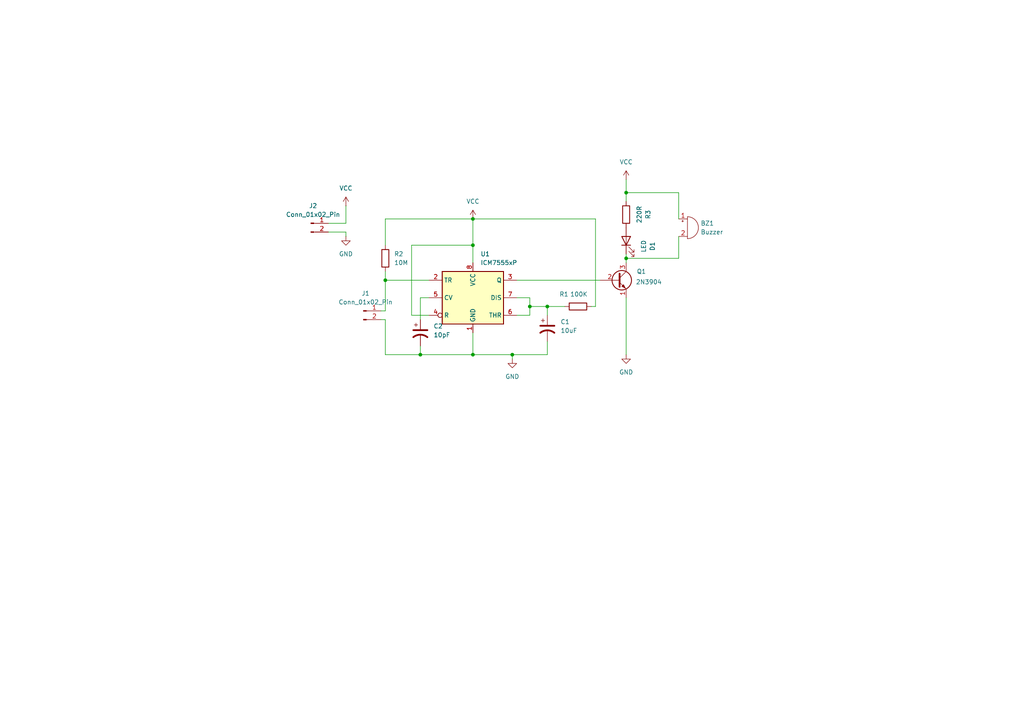
<source format=kicad_sch>
(kicad_sch (version 20231120) (generator "eeschema") (generator_version "8.0")
  (paper "A4")
  (title_block (title "Touch Sensor Project") (date "2025-02-06") (rev "v01") (comment 4 "Author: PUTSHU LUNGHE Samuel"))
  (lib_symbols
    (symbol "Connector:Conn_01x02_Pin" (pin_names (offset 1.016) hide)
      (property "Reference" "J" (at 0 2.54 0))
      (property "Value" "Conn_01x02_Pin" (at 0 -5.08 0))
      (symbol "Conn_01x02_Pin_1_1"
        (polyline (pts (xy 1.27 -2.54) (xy 0.8636 -2.54)) (stroke (width 0.1524)))
        (polyline (pts (xy 1.27 0) (xy 0.8636 0)) (stroke (width 0.1524)))
        (rectangle (start 0.8636 -2.413) (end 0 -2.667) (stroke (width 0.1524)) (fill (type outline)))
        (rectangle (start 0.8636 0.127) (end 0 -0.127) (stroke (width 0.1524)) (fill (type outline)))
        (pin passive line (at 5.08 0 180) (length 3.81) (name "Pin_1") (number "1"))
        (pin passive line (at 5.08 -2.54 180) (length 3.81) (name "Pin_2") (number "2"))
      )
    )
    (symbol "Device:Buzzer" (pin_names (offset 0.0254) hide)
      (property "Reference" "BZ" (at 3.81 1.27 0))
      (property "Value" "Buzzer" (at 3.81 -1.27 0))
      (symbol "Buzzer_0_1"
        (arc (start 0 -3.175) (mid 3.1612 0) (end 0 3.175))
        (polyline (pts (xy -1.651 1.905) (xy -1.143 1.905)))
        (polyline (pts (xy -1.397 2.159) (xy -1.397 1.651)))
        (polyline (pts (xy 0 3.175) (xy 0 -3.175)))
      )
      (symbol "Buzzer_1_1"
        (pin passive line (at -2.54 2.54 0) (length 2.54) (name "+") (number "1"))
        (pin passive line (at -2.54 -2.54 0) (length 2.54) (name "-") (number "2"))
      )
    )
    (symbol "Device:C_Polarized_US" (pin_numbers hide) (pin_names (offset 0.254) hide)
      (property "Reference" "C" (at 0.635 2.54 0))
      (property "Value" "C_Polarized_US" (at 0.635 -2.54 0))
      (symbol "C_Polarized_US_0_1"
        (polyline (pts (xy -2.032 0.762) (xy 2.032 0.762)) (stroke (width 0.508)))
        (polyline (pts (xy -1.778 2.286) (xy -0.762 2.286)))
        (polyline (pts (xy -1.27 1.778) (xy -1.27 2.794)))
        (arc (start 2.032 -1.27) (mid 0 -0.5572) (end -2.032 -1.27) (stroke (width 0.508)))
      )
      (symbol "C_Polarized_US_1_1"
        (pin passive line (at 0 3.81 270) (length 2.794) (name "~") (number "1"))
        (pin passive line (at 0 -3.81 90) (length 3.302) (name "~") (number "2"))
      )
    )
    (symbol "Device:LED" (pin_numbers hide) (pin_names (offset 1.016) hide)
      (property "Reference" "D" (at 0 2.54 0))
      (property "Value" "LED" (at 0 -2.54 0))
      (symbol "LED_0_1"
        (polyline (pts (xy -1.27 -1.27) (xy -1.27 1.27)) (stroke (width 0.254)))
        (polyline (pts (xy -1.27 0) (xy 1.27 0)))
        (polyline (pts (xy 1.27 -1.27) (xy 1.27 1.27) (xy -1.27 0) (xy 1.27 -1.27)) (stroke (width 0.254)))
        (polyline (pts (xy -3.048 -0.762) (xy -4.572 -2.286) (xy -3.81 -2.286) (xy -4.572 -2.286) (xy -4.572 -1.524)))
        (polyline (pts (xy -1.778 -0.762) (xy -3.302 -2.286) (xy -2.54 -2.286) (xy -3.302 -2.286) (xy -3.302 -1.524)))
      )
      (symbol "LED_1_1"
        (pin passive line (at -3.81 0 0) (length 2.54) (name "K") (number "1"))
        (pin passive line (at 3.81 0 180) (length 2.54) (name "A") (number "2"))
      )
    )
    (symbol "Device:R" (pin_numbers hide) (pin_names (offset 0))
      (property "Reference" "R" (at 2.032 0 90))
      (property "Value" "R" (at 0 0 90))
      (symbol "R_0_1"
        (rectangle (start -1.016 -2.54) (end 1.016 2.54) (stroke (width 0.254)))
      )
      (symbol "R_1_1"
        (pin passive line (at 0 3.81 270) (length 1.27) (name "~") (number "1"))
        (pin passive line (at 0 -3.81 90) (length 1.27) (name "~") (number "2"))
      )
    )
    (symbol "Timer:ICM7555xP"
      (property "Reference" "U" (at -10.16 8.89 0))
      (property "Value" "ICM7555xP" (at 2.54 8.89 0))
      (symbol "ICM7555xP_0_0"
        (pin power_in line (at 0 -10.16 90) (length 2.54) (name "GND") (number "1"))
        (pin power_in line (at 0 10.16 270) (length 2.54) (name "VCC") (number "8"))
      )
      (symbol "ICM7555xP_0_1"
        (rectangle (start -8.89 -7.62) (end 8.89 7.62) (stroke (width 0.254)) (fill (type background)))
        (rectangle (start -8.89 -7.62) (end 8.89 7.62) (stroke (width 0.254)) (fill (type background)))
      )
      (symbol "ICM7555xP_1_1"
        (pin input line (at -12.7 5.08 0) (length 3.81) (name "TR") (number "2"))
        (pin output line (at 12.7 5.08 180) (length 3.81) (name "Q") (number "3"))
        (pin input inverted (at -12.7 -5.08 0) (length 3.81) (name "R") (number "4"))
        (pin input line (at -12.7 0 0) (length 3.81) (name "CV") (number "5"))
        (pin input line (at 12.7 -5.08 180) (length 3.81) (name "THR") (number "6"))
        (pin input line (at 12.7 0 180) (length 3.81) (name "DIS") (number "7"))
      )
    )
    (symbol "Transistor_BJT:2N3904" (pin_names (offset 0) hide)
      (property "Reference" "Q" (at 5.08 1.905 0))
      (property "Value" "2N3904" (at 5.08 0 0))
      (symbol "2N3904_0_1"
        (polyline (pts (xy 0.635 0.635) (xy 2.54 2.54)))
        (polyline (pts (xy 0.635 -0.635) (xy 2.54 -2.54) (xy 2.54 -2.54)))
        (polyline (pts (xy 0.635 1.905) (xy 0.635 -1.905) (xy 0.635 -1.905)) (stroke (width 0.508)))
        (polyline (pts (xy 1.27 -1.778) (xy 1.778 -1.27) (xy 2.286 -2.286) (xy 1.27 -1.778) (xy 1.27 -1.778)) (fill (type outline)))
        (circle (center 1.27 0) (radius 2.8194) (stroke (width 0.254)))
      )
      (symbol "2N3904_1_1"
        (pin passive line (at 2.54 -5.08 90) (length 2.54) (name "E") (number "1"))
        (pin passive line (at -5.08 0 0) (length 5.715) (name "B") (number "2"))
        (pin passive line (at 2.54 5.08 270) (length 2.54) (name "C") (number "3"))
      )
    )
    (symbol "power:GND" (power) (pin_numbers hide) (pin_names (offset 0) hide)
      (property "Value" "GND" (at 0 -3.81 0))
      (symbol "GND_0_1"
        (polyline (pts (xy 0 0) (xy 0 -1.27) (xy 1.27 -1.27) (xy 0 -2.54) (xy -1.27 -1.27) (xy 0 -1.27)))
      )
      (symbol "GND_1_1"
        (pin power_in line (at 0 0 270) (length 0) (name "~") (number "1"))
      )
    )
    (symbol "power:VCC" (power) (pin_numbers hide) (pin_names (offset 0) hide)
      (property "Value" "VCC" (at 0 3.556 0))
      (symbol "VCC_0_1"
        (polyline (pts (xy -0.762 1.27) (xy 0 2.54)))
        (polyline (pts (xy 0 0) (xy 0 2.54)))
        (polyline (pts (xy 0 2.54) (xy 0.762 1.27)))
      )
      (symbol "VCC_1_1"
        (pin power_in line (at 0 0 90) (length 0) (name "~") (number "1"))
      )
    )
  )
  (junction (at 137.16 102.87))
  (junction (at 158.75 88.9))
  (junction (at 111.76 81.28))
  (junction (at 137.16 63.5))
  (junction (at 181.61 55.88))
  (junction (at 148.59 102.87))
  (junction (at 153.67 88.9))
  (junction (at 137.16 71.12))
  (junction (at 181.61 74.93))
  (junction (at 121.92 102.87))
  (wire (pts (xy 196.85 63.5) (xy 196.85 55.88)))
  (wire (pts (xy 158.75 102.87) (xy 158.75 99.06)))
  (wire (pts (xy 172.72 88.9) (xy 172.72 63.5)))
  (wire (pts (xy 119.38 71.12) (xy 137.16 71.12)))
  (wire (pts (xy 137.16 71.12) (xy 137.16 76.2)))
  (wire (pts (xy 172.72 88.9) (xy 171.45 88.9)))
  (wire (pts (xy 158.75 88.9) (xy 158.75 91.44)))
  (wire (pts (xy 137.16 102.87) (xy 148.59 102.87)))
  (wire (pts (xy 121.92 86.36) (xy 121.92 92.71)))
  (wire (pts (xy 181.61 73.66) (xy 181.61 74.93)))
  (wire (pts (xy 121.92 102.87) (xy 137.16 102.87)))
  (wire (pts (xy 100.33 64.77) (xy 95.25 64.77)))
  (wire (pts (xy 121.92 100.33) (xy 121.92 102.87)))
  (wire (pts (xy 111.76 81.28) (xy 111.76 78.74)))
  (wire (pts (xy 95.25 67.31) (xy 100.33 67.31)))
  (wire (pts (xy 153.67 86.36) (xy 153.67 88.9)))
  (wire (pts (xy 111.76 71.12) (xy 111.76 63.5)))
  (wire (pts (xy 149.86 91.44) (xy 153.67 91.44)))
  (wire (pts (xy 137.16 96.52) (xy 137.16 102.87)))
  (wire (pts (xy 181.61 74.93) (xy 181.61 76.2)))
  (wire (pts (xy 124.46 81.28) (xy 111.76 81.28)))
  (wire (pts (xy 181.61 86.36) (xy 181.61 102.87)))
  (wire (pts (xy 163.83 88.9) (xy 158.75 88.9)))
  (wire (pts (xy 110.49 92.71) (xy 111.76 92.71)))
  (wire (pts (xy 149.86 81.28) (xy 173.99 81.28)))
  (wire (pts (xy 124.46 86.36) (xy 121.92 86.36)))
  (wire (pts (xy 196.85 74.93) (xy 181.61 74.93)))
  (wire (pts (xy 148.59 102.87) (xy 158.75 102.87)))
  (wire (pts (xy 110.49 90.17) (xy 111.76 90.17)))
  (wire (pts (xy 111.76 102.87) (xy 121.92 102.87)))
  (wire (pts (xy 153.67 88.9) (xy 153.67 91.44)))
  (wire (pts (xy 196.85 55.88) (xy 181.61 55.88)))
  (wire (pts (xy 111.76 92.71) (xy 111.76 102.87)))
  (wire (pts (xy 100.33 59.69) (xy 100.33 64.77)))
  (wire (pts (xy 196.85 68.58) (xy 196.85 74.93)))
  (wire (pts (xy 119.38 91.44) (xy 119.38 71.12)))
  (wire (pts (xy 181.61 55.88) (xy 181.61 58.42)))
  (wire (pts (xy 100.33 67.31) (xy 100.33 68.58)))
  (wire (pts (xy 153.67 88.9) (xy 158.75 88.9)))
  (wire (pts (xy 124.46 91.44) (xy 119.38 91.44)))
  (wire (pts (xy 137.16 63.5) (xy 137.16 71.12)))
  (wire (pts (xy 111.76 81.28) (xy 111.76 90.17)))
  (wire (pts (xy 181.61 52.07) (xy 181.61 55.88)))
  (wire (pts (xy 148.59 102.87) (xy 148.59 104.14)))
  (wire (pts (xy 149.86 86.36) (xy 153.67 86.36)))
  (wire (pts (xy 111.76 63.5) (xy 137.16 63.5)))
  (wire (pts (xy 172.72 63.5) (xy 137.16 63.5)))
  (symbol (lib_id "power:GND") (at 181.61 102.87 0) (unit 1)
    (property "Reference" "#PWR02" (effects (hide yes)))
    (property "Value" "GND" (at 181.61 107.95 0))
    (property "Description" "Power symbol creates a global label with name \"GND\" , ground" (effects (hide yes)))
  )
  (symbol (lib_id "Device:LED") (at 181.61 69.85 90) (unit 1)
    (property "Reference" "D1" (at 189.23 71.4375 0))
    (property "Value" "LED" (at 186.69 71.4375 0))
    (property "Footprint" "LED_THT:LED_D3.0mm" (effects (hide yes)))
    (property "Description" "Light emitting diode" (effects (hide yes)))
  )
  (symbol (lib_id "power:VCC") (at 137.16 63.5 0) (unit 1)
    (property "Reference" "#PWR03" (effects (hide yes)))
    (property "Value" "VCC" (at 137.16 58.42 0))
    (property "Description" "Power symbol creates a global label with name \"VCC\"" (effects (hide yes)))
  )
  (symbol (lib_id "Connector:Conn_01x02_Pin") (at 105.41 90.17 0) (unit 1)
    (property "Reference" "J1" (at 106.045 85.09 0))
    (property "Value" "Conn_01x02_Pin" (at 106.045 87.63 0))
    (property "Footprint" "Connector_Phoenix_MSTB:PhoenixContact_MSTBA_2,5_2-G-5,08_1x02_P5.08mm_Horizontal" (effects (hide yes)))
    (property "Description" "Generic connector, single row, 01x02, script generated" (effects (hide yes)))
  )
  (symbol (lib_id "Timer:ICM7555xP") (at 137.16 86.36 0) (unit 1)
    (property "Reference" "U1" (at 139.3541 73.66 0) (effects (justify left)))
    (property "Value" "ICM7555xP" (at 139.3541 76.2 0) (effects (justify left)))
    (property "Footprint" "Package_DIP:DIP-8_W7.62mm" (effects (hide yes)))
    (property "Datasheet" "http://www.intersil.com/content/dam/Intersil/documents/icm7/icm7555-56.pdf" (effects (hide yes)))
    (property "Description" "CMOS General Purpose Timer, 555 compatible, PDIP-8" (effects (hide yes)))
  )
  (symbol (lib_id "power:GND") (at 148.59 104.14 0) (unit 1)
    (property "Reference" "#PWR01" (effects (hide yes)))
    (property "Value" "GND" (at 148.59 109.22 0))
    (property "Description" "Power symbol creates a global label with name \"GND\" , ground" (effects (hide yes)))
  )
  (symbol (lib_id "Device:R") (at 167.64 88.9 90) (unit 1)
    (property "Reference" "R1" (at 163.576 85.344 90))
    (property "Value" "100K" (at 167.894 85.344 90))
    (property "Footprint" "Resistor_THT:R_Axial_DIN0204_L3.6mm_D1.6mm_P5.08mm_Horizontal" (effects (hide yes)))
    (property "Description" "Resistor" (effects (hide yes)))
  )
  (symbol (lib_id "power:GND") (at 100.33 68.58 0) (unit 1)
    (property "Reference" "#PWR06" (effects (hide yes)))
    (property "Value" "GND" (at 100.33 73.66 0))
    (property "Description" "Power symbol creates a global label with name \"GND\" , ground" (effects (hide yes)))
  )
  (symbol (lib_id "Transistor_BJT:2N3904") (at 179.07 81.28 0) (unit 1)
    (property "Reference" "Q1" (at 184.658 78.74 0) (effects (justify left)))
    (property "Value" "2N3904" (at 184.404 81.788 0) (effects (justify left)))
    (property "Footprint" "Package_TO_SOT_THT:TO-92_Inline" (effects (hide yes)))
    (property "Datasheet" "https://www.onsemi.com/pub/Collateral/2N3903-D.PDF" (effects (hide yes)))
    (property "Description" "0.2A Ic, 40V Vce, Small Signal NPN Transistor, TO-92" (effects (hide yes)))
  )
  (symbol (lib_id "power:VCC") (at 100.33 59.69 0) (unit 1)
    (property "Reference" "#PWR05" (effects (hide yes)))
    (property "Value" "VCC" (at 100.33 54.61 0))
    (property "Description" "Power symbol creates a global label with name \"VCC\"" (effects (hide yes)))
  )
  (symbol (lib_id "Device:C_Polarized_US") (at 121.92 96.52 0) (unit 1)
    (property "Reference" "C2" (at 125.73 94.6149 0) (effects (justify left)))
    (property "Value" "10pF" (at 125.73 97.1549 0) (effects (justify left)))
    (property "Footprint" "Capacitor_THT:CP_Radial_D4.0mm_P1.50mm" (effects (hide yes)))
    (property "Description" "Polarized capacitor, US symbol" (effects (hide yes)))
  )
  (symbol (lib_id "Device:R") (at 111.76 74.93 0) (unit 1)
    (property "Reference" "R2" (at 114.3 73.6599 0) (effects (justify left)))
    (property "Value" "10M" (at 114.3 76.1999 0) (effects (justify left)))
    (property "Footprint" "Resistor_THT:R_Axial_DIN0204_L3.6mm_D1.6mm_P5.08mm_Horizontal" (effects (hide yes)))
    (property "Description" "Resistor" (effects (hide yes)))
  )
  (symbol (lib_id "Device:R") (at 181.61 62.23 0) (unit 1)
    (property "Reference" "R3" (at 187.96 62.23 90))
    (property "Value" "220R" (at 185.42 62.23 90))
    (property "Footprint" "Resistor_THT:R_Axial_DIN0204_L3.6mm_D1.6mm_P5.08mm_Horizontal" (effects (hide yes)))
    (property "Description" "Resistor" (effects (hide yes)))
  )
  (symbol (lib_id "power:VCC") (at 181.61 52.07 0) (unit 1)
    (property "Reference" "#PWR04" (effects (hide yes)))
    (property "Value" "VCC" (at 181.61 46.99 0))
    (property "Description" "Power symbol creates a global label with name \"VCC\"" (effects (hide yes)))
  )
  (symbol (lib_id "Device:Buzzer") (at 199.39 66.04 0) (unit 1)
    (property "Reference" "BZ1" (at 203.2 64.7699 0) (effects (justify left)))
    (property "Value" "Buzzer" (at 203.2 67.3099 0) (effects (justify left)))
    (property "Footprint" "Buzzer_Beeper:Buzzer_12x9.5RM7.6" (effects (hide yes)))
    (property "Description" "Buzzer, polarized" (effects (hide yes)))
  )
  (symbol (lib_id "Connector:Conn_01x02_Pin") (at 90.17 64.77 0) (unit 1)
    (property "Reference" "J2" (at 90.805 59.69 0))
    (property "Value" "Conn_01x02_Pin" (at 90.805 62.23 0))
    (property "Footprint" "Connector_Phoenix_MSTB:PhoenixContact_MSTBA_2,5_2-G-5,08_1x02_P5.08mm_Horizontal" (effects (hide yes)))
    (property "Description" "Generic connector, single row, 01x02, script generated" (effects (hide yes)))
  )
  (symbol (lib_id "Device:C_Polarized_US") (at 158.75 95.25 0) (unit 1)
    (property "Reference" "C1" (at 162.56 93.3449 0) (effects (justify left)))
    (property "Value" "10uF" (at 162.56 95.8849 0) (effects (justify left)))
    (property "Footprint" "Capacitor_THT:CP_Radial_D5.0mm_P2.50mm" (effects (hide yes)))
    (property "Description" "Polarized capacitor, US symbol" (effects (hide yes)))
  )
)
</source>
